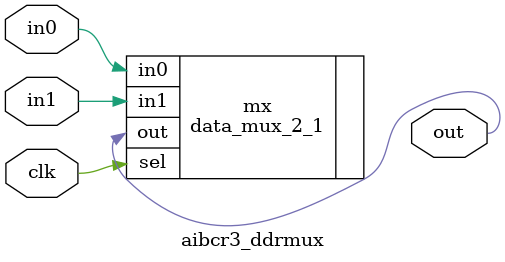
<source format=v>

module aibcr3_ddrmux (
        input wire clk,
        input wire in0,
        input wire in1,
        output wire out
    );

`ifdef BEHAVIORAL
    assign out = (clk) ? in1 : in0;
`else
    data_mux_2_1 mx(.sel(clk), .in0(in0), .in1(in1), .out(out));
`endif

endmodule

</source>
